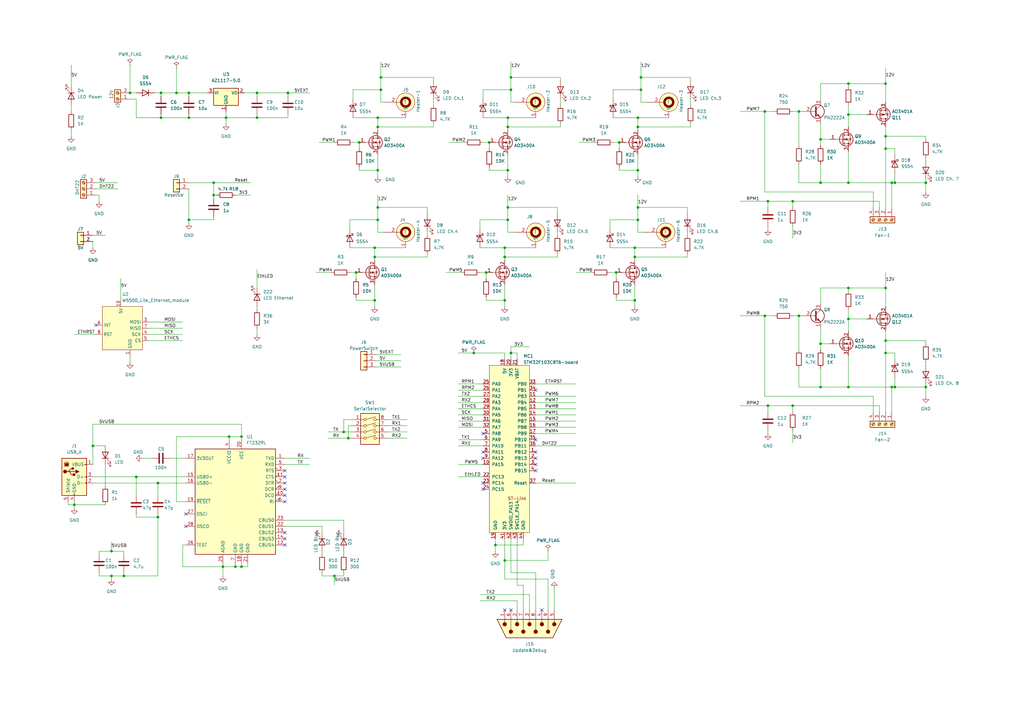
<source format=kicad_sch>
(kicad_sch (version 20230121) (generator eeschema)
  (paper "A3")
  (title_block (title "Dew Heater Controller v1.0") (date "2023-02-20") (company "Radmilo Felix 2023"))
  (junction (at 347.98 158.75))
  (junction (at 363.22 144.78))
  (junction (at 55.88 195.58))
  (junction (at 154.94 52.07))
  (junction (at 146.05 111.76))
  (junction (at 64.77 212.09))
  (junction (at 252.73 111.76))
  (junction (at 153.67 123.19))
  (junction (at 336.55 158.75))
  (junction (at 45.72 236.22))
  (junction (at 77.47 48.26))
  (junction (at 207.01 101.6))
  (junction (at 367.03 74.93))
  (junction (at 327.66 129.54))
  (junction (at 313.69 129.54))
  (junction (at 99.06 232.41))
  (junction (at 254 58.42))
  (junction (at 153.67 105.41))
  (junction (at 365.76 158.75))
  (junction (at 209.55 36.83))
  (junction (at 260.35 105.41))
  (junction (at 347.98 34.29))
  (junction (at 379.73 74.93))
  (junction (at 379.73 158.75))
  (junction (at 207.01 105.41))
  (junction (at 336.55 57.15))
  (junction (at 347.98 118.11))
  (junction (at 154.94 48.26))
  (junction (at 154.94 90.17))
  (junction (at 327.66 45.72))
  (junction (at 262.89 31.75))
  (junction (at 105.41 38.1))
  (junction (at 45.72 226.06))
  (junction (at 96.52 232.41))
  (junction (at 363.22 118.11))
  (junction (at 262.89 36.83))
  (junction (at 260.35 101.6))
  (junction (at 142.875 179.705))
  (junction (at 208.28 90.17))
  (junction (at 208.28 85.09))
  (junction (at 156.21 36.83))
  (junction (at 92.71 48.26))
  (junction (at 199.39 111.76))
  (junction (at 118.11 38.1))
  (junction (at 336.55 140.97))
  (junction (at 347.98 46.99))
  (junction (at 261.62 90.17))
  (junction (at 207.01 123.19))
  (junction (at 30.48 207.01))
  (junction (at 261.62 69.85))
  (junction (at 347.98 130.81))
  (junction (at 365.76 74.93))
  (junction (at 325.12 166.37))
  (junction (at 147.32 58.42))
  (junction (at 363.22 34.29))
  (junction (at 137.16 236.22))
  (junction (at 64.77 198.12))
  (junction (at 77.47 38.1))
  (junction (at 140.97 177.165))
  (junction (at 91.44 232.41))
  (junction (at 363.22 60.96))
  (junction (at 156.21 31.75))
  (junction (at 153.67 101.6))
  (junction (at 260.35 123.19))
  (junction (at 363.22 139.7))
  (junction (at 208.28 69.85))
  (junction (at 203.2 223.52))
  (junction (at 93.98 179.07))
  (junction (at 325.12 82.55))
  (junction (at 261.62 85.09))
  (junction (at 207.01 229.87))
  (junction (at 261.62 48.26))
  (junction (at 336.55 74.93))
  (junction (at 154.94 85.09))
  (junction (at 66.04 48.26))
  (junction (at 53.34 38.1))
  (junction (at 367.03 158.75))
  (junction (at 66.04 38.1))
  (junction (at 105.41 48.26))
  (junction (at 77.47 90.17))
  (junction (at 154.94 69.85))
  (junction (at 50.8 236.22))
  (junction (at 313.69 45.72))
  (junction (at 87.63 80.01))
  (junction (at 314.96 82.55))
  (junction (at 72.39 38.1))
  (junction (at 209.55 144.78))
  (junction (at 200.66 58.42))
  (junction (at 363.22 55.88))
  (junction (at 314.96 166.37))
  (junction (at 208.28 48.26))
  (junction (at 261.62 52.07))
  (junction (at 208.28 52.07))
  (junction (at 209.55 31.75))
  (junction (at 347.98 74.93))
  (junction (at 194.31 144.78))
  (junction (at 87.63 74.93))
  (junction (at 99.06 179.07))
  (junction (at 38.1 182.88))
  (no_connect (at 116.84 220.98))
  (no_connect (at 116.84 223.52))
  (no_connect (at 76.2 210.82))
  (no_connect (at 76.2 215.9))
  (no_connect (at 116.84 193.04))
  (no_connect (at 116.84 195.58))
  (no_connect (at 116.84 205.74))
  (no_connect (at 116.84 198.12))
  (no_connect (at 116.84 200.66))
  (no_connect (at 116.84 203.2))
  (no_connect (at 207.01 250.19))
  (no_connect (at 219.71 187.96))
  (no_connect (at 198.12 177.8))
  (no_connect (at 209.55 250.19))
  (no_connect (at 219.71 185.42))
  (no_connect (at 219.71 180.34))
  (no_connect (at 219.71 190.5))
  (no_connect (at 39.37 133.35))
  (no_connect (at 222.25 250.19))
  (no_connect (at 198.12 187.96))
  (no_connect (at 198.12 185.42))
  (no_connect (at 198.12 200.66))
  (no_connect (at 198.12 198.12))
  (no_connect (at 116.84 218.44))
  (no_connect (at 219.71 160.02))
  (no_connect (at 219.71 193.04))
  (wire (pts (xy 187.96 172.72) (xy 198.12 172.72)))
  (wire (pts (xy 219.71 170.18) (xy 236.22 170.18)))
  (wire (pts (xy 105.41 48.26) (xy 92.71 48.26)))
  (wire (pts (xy 187.96 195.58) (xy 198.12 195.58)))
  (wire (pts (xy 40.64 226.06) (xy 45.72 226.06)))
  (wire (pts (xy 101.6 232.41) (xy 99.06 232.41)))
  (wire (pts (xy 325.12 166.37) (xy 325.12 168.91)))
  (wire (pts (xy 325.12 92.71) (xy 325.12 97.79)))
  (wire (pts (xy 39.37 77.47) (xy 48.26 77.47)))
  (wire (pts (xy 367.03 147.32) (xy 367.03 144.78)))
  (wire (pts (xy 265.43 41.91) (xy 262.89 41.91)))
  (wire (pts (xy 38.1 182.88) (xy 38.1 190.5)))
  (wire (pts (xy 187.96 162.56) (xy 198.12 162.56)))
  (wire (pts (xy 177.8 52.07) (xy 154.94 52.07)))
  (wire (pts (xy 153.67 101.6) (xy 153.67 105.41)))
  (wire (pts (xy 105.41 38.1) (xy 118.11 38.1)))
  (wire (pts (xy 229.87 50.8) (xy 229.87 52.07)))
  (wire (pts (xy 66.04 38.1) (xy 72.39 38.1)))
  (wire (pts (xy 261.62 85.09) (xy 261.62 90.17)))
  (wire (pts (xy 53.34 38.1) (xy 55.88 38.1)))
  (wire (pts (xy 250.19 93.98) (xy 250.19 90.17)))
  (wire (pts (xy 219.71 177.8) (xy 236.22 177.8)))
  (wire (pts (xy 187.96 167.64) (xy 198.12 167.64)))
  (wire (pts (xy 132.08 215.9) (xy 116.84 215.9)))
  (wire (pts (xy 283.21 40.64) (xy 283.21 43.18)))
  (wire (pts (xy 363.22 27.94) (xy 363.22 34.29)))
  (wire (pts (xy 363.22 135.89) (xy 363.22 139.7)))
  (wire (pts (xy 208.28 63.5) (xy 208.28 69.85)))
  (wire (pts (xy 198.12 48.26) (xy 208.28 48.26)))
  (wire (pts (xy 208.28 48.26) (xy 219.71 48.26)))
  (wire (pts (xy 347.98 43.18) (xy 347.98 46.99)))
  (wire (pts (xy 229.87 31.75) (xy 209.55 31.75)))
  (wire (pts (xy 363.22 52.07) (xy 363.22 55.88)))
  (wire (pts (xy 105.41 125.73) (xy 105.41 127)))
  (wire (pts (xy 379.73 64.77) (xy 379.73 66.04)))
  (wire (pts (xy 229.87 40.64) (xy 229.87 43.18)))
  (wire (pts (xy 72.39 205.74) (xy 72.39 179.07)))
  (wire (pts (xy 175.26 87.63) (xy 175.26 85.09)))
  (wire (pts (xy 49.53 114.3) (xy 49.53 123.19)))
  (wire (pts (xy 159.385 172.085) (xy 167.005 172.085)))
  (wire (pts (xy 260.35 123.19) (xy 260.35 125.73)))
  (wire (pts (xy 347.98 118.11) (xy 363.22 118.11)))
  (wire (pts (xy 219.71 167.64) (xy 236.22 167.64)))
  (wire (pts (xy 336.55 158.75) (xy 347.98 158.75)))
  (wire (pts (xy 196.85 101.6) (xy 207.01 101.6)))
  (wire (pts (xy 196.85 93.98) (xy 196.85 90.17)))
  (wire (pts (xy 379.73 139.7) (xy 363.22 139.7)))
  (wire (pts (xy 336.55 50.8) (xy 336.55 57.15)))
  (wire (pts (xy 159.385 179.705) (xy 167.005 179.705)))
  (wire (pts (xy 219.71 172.72) (xy 236.22 172.72)))
  (wire (pts (xy 134.62 179.705) (xy 142.875 179.705)))
  (wire (pts (xy 175.26 104.14) (xy 175.26 105.41)))
  (wire (pts (xy 210.82 95.25) (xy 208.28 95.25)))
  (wire (pts (xy 212.09 250.19) (xy 212.09 246.38)))
  (wire (pts (xy 153.67 123.19) (xy 153.67 125.73)))
  (wire (pts (xy 325.12 82.55) (xy 325.12 85.09)))
  (wire (pts (xy 38.1 173.99) (xy 38.1 182.88)))
  (wire (pts (xy 314.96 82.55) (xy 325.12 82.55)))
  (wire (pts (xy 156.21 25.4) (xy 156.21 31.75)))
  (wire (pts (xy 228.6 87.63) (xy 228.6 85.09)))
  (wire (pts (xy 116.84 190.5) (xy 127 190.5)))
  (wire (pts (xy 336.55 140.97) (xy 340.36 140.97)))
  (wire (pts (xy 72.39 27.94) (xy 72.39 38.1)))
  (wire (pts (xy 116.84 187.96) (xy 127 187.96)))
  (wire (pts (xy 154.305 145.415) (xy 164.465 145.415)))
  (wire (pts (xy 87.63 88.9) (xy 87.63 90.17)))
  (wire (pts (xy 129.54 111.76) (xy 135.89 111.76)))
  (wire (pts (xy 154.94 85.09) (xy 154.94 90.17)))
  (wire (pts (xy 55.88 195.58) (xy 76.2 195.58)))
  (wire (pts (xy 250.19 101.6) (xy 260.35 101.6)))
  (wire (pts (xy 132.08 226.06) (xy 132.08 227.33)))
  (wire (pts (xy 379.73 158.75) (xy 367.03 158.75)))
  (wire (pts (xy 187.96 165.1) (xy 198.12 165.1)))
  (wire (pts (xy 45.72 222.25) (xy 45.72 226.06)))
  (wire (pts (xy 327.66 67.31) (xy 327.66 74.93)))
  (wire (pts (xy 159.385 177.165) (xy 167.005 177.165)))
  (wire (pts (xy 187.96 182.88) (xy 198.12 182.88)))
  (wire (pts (xy 224.79 226.06) (xy 224.79 229.87)))
  (wire (pts (xy 38.1 198.12) (xy 64.77 198.12)))
  (wire (pts (xy 281.94 104.14) (xy 281.94 105.41)))
  (wire (pts (xy 144.78 36.83) (xy 156.21 36.83)))
  (wire (pts (xy 325.12 176.53) (xy 325.12 181.61)))
  (wire (pts (xy 261.62 80.01) (xy 261.62 85.09)))
  (wire (pts (xy 208.28 48.26) (xy 208.28 52.07)))
  (wire (pts (xy 360.68 166.37) (xy 325.12 166.37)))
  (wire (pts (xy 367.03 144.78) (xy 363.22 144.78)))
  (wire (pts (xy 379.73 57.15) (xy 379.73 55.88)))
  (wire (pts (xy 200.66 58.42) (xy 200.66 60.96)))
  (wire (pts (xy 347.98 135.89) (xy 347.98 130.81)))
  (wire (pts (xy 154.94 80.01) (xy 154.94 85.09)))
  (wire (pts (xy 144.78 58.42) (xy 147.32 58.42)))
  (wire (pts (xy 132.08 234.95) (xy 132.08 236.22)))
  (wire (pts (xy 281.94 87.63) (xy 281.94 85.09)))
  (wire (pts (xy 360.68 85.09) (xy 360.68 82.55)))
  (wire (pts (xy 363.22 111.76) (xy 363.22 118.11)))
  (wire (pts (xy 60.96 137.16) (xy 74.93 137.16)))
  (wire (pts (xy 77.47 46.99) (xy 77.47 48.26)))
  (wire (pts (xy 260.35 101.6) (xy 273.05 101.6)))
  (wire (pts (xy 199.39 123.19) (xy 207.01 123.19)))
  (wire (pts (xy 336.55 67.31) (xy 336.55 74.93)))
  (wire (pts (xy 140.97 213.36) (xy 140.97 218.44)))
  (wire (pts (xy 227.33 241.3) (xy 227.33 250.19)))
  (wire (pts (xy 363.22 60.96) (xy 363.22 85.09)))
  (wire (pts (xy 45.72 236.22) (xy 50.8 236.22)))
  (wire (pts (xy 379.73 74.93) (xy 379.73 78.74)))
  (wire (pts (xy 336.55 34.29) (xy 347.98 34.29)))
  (wire (pts (xy 77.47 48.26) (xy 92.71 48.26)))
  (wire (pts (xy 208.28 80.01) (xy 208.28 85.09)))
  (wire (pts (xy 29.21 43.18) (xy 29.21 45.72)))
  (wire (pts (xy 76.2 205.74) (xy 72.39 205.74)))
  (wire (pts (xy 358.14 168.91) (xy 358.14 162.56)))
  (wire (pts (xy 260.35 101.6) (xy 260.35 105.41)))
  (wire (pts (xy 30.48 205.74) (xy 30.48 207.01)))
  (wire (pts (xy 30.48 207.01) (xy 43.18 207.01)))
  (wire (pts (xy 143.51 93.98) (xy 143.51 90.17)))
  (wire (pts (xy 219.71 175.26) (xy 236.22 175.26)))
  (wire (pts (xy 367.03 60.96) (xy 363.22 60.96)))
  (wire (pts (xy 154.94 69.85) (xy 154.94 72.39)))
  (wire (pts (xy 367.03 63.5) (xy 367.03 60.96)))
  (wire (pts (xy 379.73 148.59) (xy 379.73 149.86)))
  (wire (pts (xy 118.11 38.1) (xy 127 38.1)))
  (wire (pts (xy 209.55 220.98) (xy 209.55 234.95)))
  (wire (pts (xy 219.71 165.1) (xy 236.22 165.1)))
  (wire (pts (xy 142.875 179.705) (xy 144.145 179.705)))
  (wire (pts (xy 347.98 127) (xy 347.98 130.81)))
  (wire (pts (xy 116.84 213.36) (xy 140.97 213.36)))
  (wire (pts (xy 365.76 158.75) (xy 365.76 168.91)))
  (wire (pts (xy 60.96 139.7) (xy 74.93 139.7)))
  (wire (pts (xy 72.39 179.07) (xy 93.98 179.07)))
  (wire (pts (xy 347.98 74.93) (xy 365.76 74.93)))
  (wire (pts (xy 347.98 158.75) (xy 365.76 158.75)))
  (wire (pts (xy 175.26 95.25) (xy 175.26 96.52)))
  (wire (pts (xy 66.04 46.99) (xy 66.04 48.26)))
  (wire (pts (xy 132.08 236.22) (xy 137.16 236.22)))
  (wire (pts (xy 203.2 223.52) (xy 203.2 226.06)))
  (wire (pts (xy 262.89 25.4) (xy 262.89 31.75)))
  (wire (pts (xy 154.305 147.955) (xy 164.465 147.955)))
  (wire (pts (xy 137.16 236.22) (xy 140.97 236.22)))
  (wire (pts (xy 102.87 80.01) (xy 96.52 80.01)))
  (wire (pts (xy 207.01 220.98) (xy 207.01 229.87)))
  (wire (pts (xy 43.18 96.52) (xy 38.1 96.52)))
  (wire (pts (xy 229.87 33.02) (xy 229.87 31.75)))
  (wire (pts (xy 347.98 130.81) (xy 355.6 130.81)))
  (wire (pts (xy 281.94 95.25) (xy 281.94 96.52)))
  (wire (pts (xy 153.67 101.6) (xy 166.37 101.6)))
  (wire (pts (xy 87.63 80.01) (xy 87.63 74.93)))
  (wire (pts (xy 187.96 157.48) (xy 198.12 157.48)))
  (wire (pts (xy 177.8 31.75) (xy 156.21 31.75)))
  (wire (pts (xy 210.82 41.91) (xy 209.55 41.91)))
  (wire (pts (xy 196.85 246.38) (xy 212.09 246.38)))
  (wire (pts (xy 251.46 58.42) (xy 254 58.42)))
  (wire (pts (xy 379.73 74.93) (xy 367.03 74.93)))
  (wire (pts (xy 146.05 111.76) (xy 146.05 114.3)))
  (wire (pts (xy 177.8 40.64) (xy 177.8 43.18)))
  (wire (pts (xy 327.66 74.93) (xy 336.55 74.93)))
  (wire (pts (xy 39.37 80.01) (xy 40.64 80.01)))
  (wire (pts (xy 283.21 31.75) (xy 262.89 31.75)))
  (wire (pts (xy 367.03 74.93) (xy 365.76 74.93)))
  (wire (pts (xy 207.01 105.41) (xy 207.01 106.68)))
  (wire (pts (xy 30.48 137.16) (xy 39.37 137.16)))
  (wire (pts (xy 327.66 158.75) (xy 336.55 158.75)))
  (wire (pts (xy 100.33 38.1) (xy 105.41 38.1)))
  (wire (pts (xy 347.98 46.99) (xy 355.6 46.99)))
  (wire (pts (xy 43.18 190.5) (xy 43.18 199.39)))
  (wire (pts (xy 154.94 63.5) (xy 154.94 69.85)))
  (wire (pts (xy 207.01 123.19) (xy 207.01 125.73)))
  (wire (pts (xy 92.71 45.72) (xy 92.71 48.26)))
  (wire (pts (xy 347.98 52.07) (xy 347.98 46.99)))
  (wire (pts (xy 175.26 85.09) (xy 154.94 85.09)))
  (wire (pts (xy 212.09 144.78) (xy 209.55 144.78)))
  (wire (pts (xy 132.08 218.44) (xy 132.08 215.9)))
  (wire (pts (xy 303.53 45.72) (xy 313.69 45.72)))
  (wire (pts (xy 236.22 111.76) (xy 242.57 111.76)))
  (wire (pts (xy 99.06 232.41) (xy 96.52 232.41)))
  (wire (pts (xy 336.55 140.97) (xy 336.55 143.51)))
  (wire (pts (xy 314.96 92.71) (xy 314.96 93.98)))
  (wire (pts (xy 229.87 52.07) (xy 208.28 52.07)))
  (wire (pts (xy 147.32 69.85) (xy 154.94 69.85)))
  (wire (pts (xy 55.88 210.82) (xy 55.88 212.09)))
  (wire (pts (xy 64.77 198.12) (xy 76.2 198.12)))
  (wire (pts (xy 314.96 176.53) (xy 314.96 177.8)))
  (wire (pts (xy 209.55 41.91) (xy 209.55 36.83)))
  (wire (pts (xy 252.73 121.92) (xy 252.73 123.19)))
  (wire (pts (xy 184.15 58.42) (xy 190.5 58.42)))
  (wire (pts (xy 198.12 36.83) (xy 209.55 36.83)))
  (wire (pts (xy 363.22 34.29) (xy 363.22 41.91)))
  (wire (pts (xy 45.72 226.06) (xy 50.8 226.06)))
  (wire (pts (xy 147.32 58.42) (xy 147.32 60.96)))
  (wire (pts (xy 146.05 123.19) (xy 153.67 123.19)))
  (wire (pts (xy 207.01 116.84) (xy 207.01 123.19)))
  (wire (pts (xy 219.71 198.12) (xy 236.22 198.12)))
  (wire (pts (xy 154.94 52.07) (xy 154.94 53.34)))
  (wire (pts (xy 379.73 140.97) (xy 379.73 139.7)))
  (wire (pts (xy 105.41 134.62) (xy 105.41 137.16)))
  (wire (pts (xy 118.11 38.1) (xy 118.11 39.37)))
  (wire (pts (xy 261.62 63.5) (xy 261.62 69.85)))
  (wire (pts (xy 96.52 232.41) (xy 91.44 232.41)))
  (wire (pts (xy 219.71 162.56) (xy 236.22 162.56)))
  (wire (pts (xy 77.47 38.1) (xy 77.47 39.37)))
  (wire (pts (xy 50.8 226.06) (xy 50.8 227.33)))
  (wire (pts (xy 62.23 187.96) (xy 58.42 187.96)))
  (wire (pts (xy 29.21 53.34) (xy 29.21 55.88)))
  (wire (pts (xy 219.71 182.88) (xy 236.22 182.88)))
  (wire (pts (xy 224.79 237.49) (xy 224.79 250.19)))
  (wire (pts (xy 53.34 26.67) (xy 53.34 38.1)))
  (wire (pts (xy 261.62 95.25) (xy 261.62 90.17)))
  (wire (pts (xy 187.96 160.02) (xy 198.12 160.02)))
  (wire (pts (xy 143.51 111.76) (xy 146.05 111.76)))
  (wire (pts (xy 358.14 162.56) (xy 313.69 162.56)))
  (wire (pts (xy 367.03 71.12) (xy 367.03 74.93)))
  (wire (pts (xy 336.55 57.15) (xy 336.55 59.69)))
  (wire (pts (xy 314.96 166.37) (xy 325.12 166.37)))
  (wire (pts (xy 87.63 74.93) (xy 77.47 74.93)))
  (wire (pts (xy 53.34 146.05) (xy 53.34 148.59)))
  (wire (pts (xy 228.6 104.14) (xy 228.6 105.41)))
  (wire (pts (xy 207.01 237.49) (xy 224.79 237.49)))
  (wire (pts (xy 283.21 50.8) (xy 283.21 52.07)))
  (wire (pts (xy 327.66 45.72) (xy 327.66 59.69)))
  (wire (pts (xy 327.66 151.13) (xy 327.66 158.75)))
  (wire (pts (xy 187.96 170.18) (xy 198.12 170.18)))
  (wire (pts (xy 224.79 229.87) (xy 207.01 229.87)))
  (wire (pts (xy 40.64 227.33) (xy 40.64 226.06)))
  (wire (pts (xy 50.8 236.22) (xy 50.8 234.95)))
  (wire (pts (xy 177.8 50.8) (xy 177.8 52.07)))
  (wire (pts (xy 87.63 80.01) (xy 87.63 81.28)))
  (wire (pts (xy 336.55 124.46) (xy 336.55 118.11)))
  (wire (pts (xy 102.87 74.93) (xy 87.63 74.93)))
  (wire (pts (xy 207.01 144.78) (xy 207.01 147.32)))
  (wire (pts (xy 55.88 195.58) (xy 55.88 203.2)))
  (wire (pts (xy 130.81 58.42) (xy 137.16 58.42)))
  (wire (pts (xy 208.28 95.25) (xy 208.28 90.17)))
  (wire (pts (xy 64.77 198.12) (xy 64.77 203.2)))
  (wire (pts (xy 105.41 46.99) (xy 105.41 48.26)))
  (wire (pts (xy 177.8 33.02) (xy 177.8 31.75)))
  (wire (pts (xy 303.53 82.55) (xy 314.96 82.55)))
  (wire (pts (xy 228.6 105.41) (xy 207.01 105.41)))
  (wire (pts (xy 237.49 58.42) (xy 243.84 58.42)))
  (wire (pts (xy 27.94 207.01) (xy 30.48 207.01)))
  (wire (pts (xy 101.6 231.14) (xy 101.6 232.41)))
  (wire (pts (xy 200.66 69.85) (xy 208.28 69.85)))
  (wire (pts (xy 154.94 95.25) (xy 154.94 90.17)))
  (wire (pts (xy 200.66 68.58) (xy 200.66 69.85)))
  (wire (pts (xy 39.37 74.93) (xy 48.26 74.93)))
  (wire (pts (xy 64.77 212.09) (xy 64.77 236.22)))
  (wire (pts (xy 118.11 48.26) (xy 105.41 48.26)))
  (wire (pts (xy 228.6 85.09) (xy 208.28 85.09)))
  (wire (pts (xy 142.875 174.625) (xy 142.875 179.705)))
  (wire (pts (xy 198.12 58.42) (xy 200.66 58.42)))
  (wire (pts (xy 260.35 105.41) (xy 260.35 106.68)))
  (wire (pts (xy 92.71 48.26) (xy 92.71 50.8)))
  (wire (pts (xy 325.12 45.72) (xy 327.66 45.72)))
  (wire (pts (xy 64.77 236.22) (xy 50.8 236.22)))
  (wire (pts (xy 38.1 182.88) (xy 43.18 182.88)))
  (wire (pts (xy 87.63 90.17) (xy 77.47 90.17)))
  (wire (pts (xy 327.66 45.72) (xy 328.93 45.72)))
  (wire (pts (xy 214.63 220.98) (xy 214.63 223.52)))
  (wire (pts (xy 217.17 250.19) (xy 217.17 243.84)))
  (wire (pts (xy 281.94 105.41) (xy 260.35 105.41)))
  (wire (pts (xy 281.94 85.09) (xy 261.62 85.09)))
  (wire (pts (xy 143.51 90.17) (xy 154.94 90.17)))
  (wire (pts (xy 199.39 111.76) (xy 199.39 114.3)))
  (wire (pts (xy 99.06 179.07) (xy 99.06 180.34)))
  (wire (pts (xy 254 68.58) (xy 254 69.85)))
  (wire (pts (xy 198.12 40.64) (xy 198.12 36.83)))
  (wire (pts (xy 303.53 129.54) (xy 313.69 129.54)))
  (wire (pts (xy 336.55 134.62) (xy 336.55 140.97)))
  (wire (pts (xy 144.78 40.64) (xy 144.78 36.83)))
  (wire (pts (xy 29.21 26.67) (xy 29.21 35.56)))
  (wire (pts (xy 40.64 80.01) (xy 40.64 82.55)))
  (wire (pts (xy 147.32 68.58) (xy 147.32 69.85)))
  (wire (pts (xy 40.64 236.22) (xy 45.72 236.22)))
  (wire (pts (xy 187.96 180.34) (xy 198.12 180.34)))
  (wire (pts (xy 207.01 101.6) (xy 219.71 101.6)))
  (wire (pts (xy 303.53 166.37) (xy 314.96 166.37)))
  (wire (pts (xy 363.22 118.11) (xy 363.22 125.73)))
  (wire (pts (xy 313.69 129.54) (xy 317.5 129.54)))
  (wire (pts (xy 336.55 40.64) (xy 336.55 34.29)))
  (wire (pts (xy 336.55 57.15) (xy 340.36 57.15)))
  (wire (pts (xy 154.94 48.26) (xy 154.94 52.07)))
  (wire (pts (xy 69.85 187.96) (xy 76.2 187.96)))
  (wire (pts (xy 283.21 33.02) (xy 283.21 31.75)))
  (wire (pts (xy 99.06 231.14) (xy 99.06 232.41)))
  (wire (pts (xy 146.05 121.92) (xy 146.05 123.19)))
  (wire (pts (xy 327.66 129.54) (xy 327.66 143.51)))
  (wire (pts (xy 76.2 223.52) (xy 74.93 223.52)))
  (wire (pts (xy 144.145 174.625) (xy 142.875 174.625)))
  (wire (pts (xy 264.16 95.25) (xy 261.62 95.25)))
  (wire (pts (xy 336.55 74.93) (xy 347.98 74.93)))
  (wire (pts (xy 153.67 105.41) (xy 153.67 106.68)))
  (wire (pts (xy 38.1 195.58) (xy 55.88 195.58)))
  (wire (pts (xy 66.04 48.26) (xy 77.47 48.26)))
  (wire (pts (xy 262.89 41.91) (xy 262.89 36.83)))
  (wire (pts (xy 219.71 234.95) (xy 219.71 250.19)))
  (wire (pts (xy 118.11 46.99) (xy 118.11 48.26)))
  (wire (pts (xy 336.55 151.13) (xy 336.55 158.75)))
  (wire (pts (xy 327.66 129.54) (xy 328.93 129.54)))
  (wire (pts (xy 250.19 90.17) (xy 261.62 90.17)))
  (wire (pts (xy 105.41 110.49) (xy 105.41 118.11)))
  (wire (pts (xy 175.26 105.41) (xy 153.67 105.41)))
  (wire (pts (xy 209.55 25.4) (xy 209.55 31.75)))
  (wire (pts (xy 365.76 74.93) (xy 365.76 85.09)))
  (wire (pts (xy 214.63 240.03) (xy 214.63 250.19)))
  (wire (pts (xy 93.98 179.07) (xy 99.06 179.07)))
  (wire (pts (xy 254 69.85) (xy 261.62 69.85)))
  (wire (pts (xy 209.55 31.75) (xy 209.55 36.83)))
  (wire (pts (xy 261.62 48.26) (xy 261.62 52.07)))
  (wire (pts (xy 379.73 73.66) (xy 379.73 74.93)))
  (wire (pts (xy 77.47 38.1) (xy 85.09 38.1)))
  (wire (pts (xy 38.1 173.99) (xy 99.06 173.99)))
  (wire (pts (xy 252.73 111.76) (xy 252.73 114.3)))
  (wire (pts (xy 88.9 80.01) (xy 87.63 80.01)))
  (wire (pts (xy 91.44 232.41) (xy 91.44 236.22)))
  (wire (pts (xy 140.97 236.22) (xy 140.97 234.95)))
  (wire (pts (xy 208.28 69.85) (xy 208.28 72.39)))
  (wire (pts (xy 93.98 179.07) (xy 93.98 180.34)))
  (wire (pts (xy 252.73 123.19) (xy 260.35 123.19)))
  (wire (pts (xy 251.46 40.64) (xy 251.46 36.83)))
  (wire (pts (xy 45.72 236.22) (xy 45.72 237.49)))
  (wire (pts (xy 228.6 95.25) (xy 228.6 96.52)))
  (wire (pts (xy 60.96 132.08) (xy 74.93 132.08)))
  (wire (pts (xy 261.62 48.26) (xy 274.32 48.26)))
  (wire (pts (xy 212.09 147.32) (xy 212.09 144.78)))
  (wire (pts (xy 325.12 129.54) (xy 327.66 129.54)))
  (wire (pts (xy 261.62 52.07) (xy 261.62 53.34)))
  (wire (pts (xy 207.01 101.6) (xy 207.01 105.41)))
  (wire (pts (xy 367.03 154.94) (xy 367.03 158.75)))
  (wire (pts (xy 212.09 220.98) (xy 212.09 240.03)))
  (wire (pts (xy 203.2 220.98) (xy 203.2 223.52)))
  (wire (pts (xy 219.71 157.48) (xy 236.22 157.48)))
  (wire (pts (xy 363.22 55.88) (xy 363.22 60.96)))
  (wire (pts (xy 360.68 168.91) (xy 360.68 166.37)))
  (wire (pts (xy 156.21 31.75) (xy 156.21 36.83)))
  (wire (pts (xy 154.305 150.495) (xy 164.465 150.495)))
  (wire (pts (xy 77.47 90.17) (xy 77.47 91.44)))
  (wire (pts (xy 358.14 78.74) (xy 313.69 78.74)))
  (wire (pts (xy 196.85 90.17) (xy 208.28 90.17)))
  (wire (pts (xy 143.51 101.6) (xy 153.67 101.6)))
  (wire (pts (xy 182.88 111.76) (xy 189.23 111.76)))
  (wire (pts (xy 358.14 85.09) (xy 358.14 78.74)))
  (wire (pts (xy 208.28 85.09) (xy 208.28 90.17)))
  (wire (pts (xy 260.35 116.84) (xy 260.35 123.19)))
  (wire (pts (xy 379.73 158.75) (xy 379.73 162.56)))
  (wire (pts (xy 159.385 174.625) (xy 167.005 174.625)))
  (wire (pts (xy 262.89 31.75) (xy 262.89 36.83)))
  (wire (pts (xy 105.41 38.1) (xy 105.41 39.37)))
  (wire (pts (xy 254 58.42) (xy 254 60.96)))
  (wire (pts (xy 137.16 236.22) (xy 137.16 240.03)))
  (wire (pts (xy 156.21 41.91) (xy 157.48 41.91)))
  (wire (pts (xy 72.39 38.1) (xy 77.47 38.1)))
  (wire (pts (xy 199.39 121.92) (xy 199.39 123.19)))
  (wire (pts (xy 74.93 223.52) (xy 74.93 232.41)))
  (wire (pts (xy 157.48 95.25) (xy 154.94 95.25)))
  (wire (pts (xy 347.98 146.05) (xy 347.98 158.75)))
  (wire (pts (xy 156.21 41.91) (xy 156.21 36.83)))
  (wire (pts (xy 55.88 40.64) (xy 55.88 48.26)))
  (wire (pts (xy 55.88 212.09) (xy 64.77 212.09)))
  (wire (pts (xy 313.69 78.74) (xy 313.69 45.72)))
  (wire (pts (xy 196.85 243.84) (xy 217.17 243.84)))
  (wire (pts (xy 144.78 48.26) (xy 154.94 48.26)))
  (wire (pts (xy 251.46 48.26) (xy 261.62 48.26)))
  (wire (pts (xy 55.88 48.26) (xy 66.04 48.26)))
  (wire (pts (xy 214.63 223.52) (xy 203.2 223.52)))
  (wire (pts (xy 261.62 69.85) (xy 261.62 72.39)))
  (wire (pts (xy 363.22 144.78) (xy 363.22 168.91)))
  (wire (pts (xy 187.96 144.78) (xy 194.31 144.78)))
  (wire (pts (xy 196.85 111.76) (xy 199.39 111.76)))
  (wire (pts (xy 314.96 166.37) (xy 314.96 168.91)))
  (wire (pts (xy 74.93 232.41) (xy 91.44 232.41)))
  (wire (pts (xy 153.67 116.84) (xy 153.67 123.19)))
  (wire (pts (xy 209.55 234.95) (xy 219.71 234.95)))
  (wire (pts (xy 134.62 177.165) (xy 140.97 177.165)))
  (wire (pts (xy 187.96 175.26) (xy 198.12 175.26)))
  (wire (pts (xy 336.55 118.11) (xy 347.98 118.11)))
  (wire (pts (xy 313.69 162.56) (xy 313.69 129.54)))
  (wire (pts (xy 283.21 52.07) (xy 261.62 52.07)))
  (wire (pts (xy 347.98 35.56) (xy 347.98 34.29)))
  (wire (pts (xy 77.47 77.47) (xy 77.47 90.17)))
  (wire (pts (xy 207.01 229.87) (xy 207.01 237.49)))
  (wire (pts (xy 209.55 142.24) (xy 217.17 142.24)))
  (wire (pts (xy 140.97 177.165) (xy 144.145 177.165)))
  (wire (pts (xy 66.04 38.1) (xy 66.04 39.37)))
  (wire (pts (xy 251.46 36.83) (xy 262.89 36.83)))
  (wire (pts (xy 91.44 232.41) (xy 91.44 231.14)))
  (wire (pts (xy 379.73 157.48) (xy 379.73 158.75)))
  (wire (pts (xy 140.97 172.085) (xy 140.97 177.165)))
  (wire (pts (xy 360.68 82.55) (xy 325.12 82.55)))
  (wire (pts (xy 209.55 147.32) (xy 209.55 144.78)))
  (wire (pts (xy 250.19 111.76) (xy 252.73 111.76)))
  (wire (pts (xy 38.1 99.06) (xy 38.1 101.6)))
  (wire (pts (xy 367.03 158.75) (xy 365.76 158.75)))
  (wire (pts (xy 379.73 55.88) (xy 363.22 55.88)))
  (wire (pts (xy 99.06 173.99) (xy 99.06 179.07)))
  (wire (pts (xy 314.96 82.55) (xy 314.96 85.09)))
  (wire (pts (xy 30.48 207.01) (xy 30.48 208.28)))
  (wire (pts (xy 347.98 62.23) (xy 347.98 74.93)))
  (wire (pts (xy 63.5 38.1) (xy 66.04 38.1)))
  (wire (pts (xy 96.52 231.14) (xy 96.52 232.41)))
  (wire (pts (xy 194.31 144.78) (xy 207.01 144.78)))
  (wire (pts (xy 53.34 40.64) (xy 55.88 40.64)))
  (wire (pts (xy 40.64 234.95) (xy 40.64 236.22)))
  (wire (pts (xy 140.97 226.06) (xy 140.97 227.33)))
  (wire (pts (xy 209.55 144.78) (xy 209.55 142.24)))
  (wire (pts (xy 347.98 34.29) (xy 363.22 34.29)))
  (wire (pts (xy 27.94 205.74) (xy 27.94 207.01)))
  (wire (pts (xy 347.98 119.38) (xy 347.98 118.11)))
  (wire (pts (xy 187.96 190.5) (xy 198.12 190.5)))
  (wire (pts (xy 212.09 240.03) (xy 214.63 240.03)))
  (wire (pts (xy 313.69 45.72) (xy 317.5 45.72)))
  (wire (pts (xy 64.77 210.82) (xy 64.77 212.09)))
  (wire (pts (xy 154.94 48.26) (xy 166.37 48.26)))
  (wire (pts (xy 363.22 139.7) (xy 363.22 144.78)))
  (wire (pts (xy 144.145 172.085) (xy 140.97 172.085)))
  (wire (pts (xy 208.28 52.07) (xy 208.28 53.34)))
  (wire (pts (xy 60.96 134.62) (xy 74.93 134.62)))
  (label "RPM1" (at 189.23 157.48 0))
  (label "12V" (at 262.89 27.94 0))
  (label "5VEXT" (at 155.575 145.415 0))
  (label "SCK" (at 189.23 170.18 0))
  (label "MOSI" (at 189.23 175.26 0))
  (label "ETHRST" (at 223.52 157.48 0))
  (label "5V" (at 40.64 74.93 0))
  (label "PWM3" (at 238.76 58.42 0))
  (label "12V" (at 209.55 27.94 0))
  (label "12V" (at 363.22 115.57 0))
  (label "PWM2" (at 223.52 172.72 0))
  (label "DHT22" (at 40.64 77.47 0))
  (label "TX1" (at 189.23 180.34 0))
  (label "12V" (at 154.94 82.55 0))
  (label "12V" (at 363.22 31.75 0))
  (label "5V" (at 155.575 147.955 0))
  (label "PWM4" (at 223.52 177.8 0))
  (label "5VUSB" (at 45.72 224.79 0))
  (label "PWM4" (at 130.81 111.76 0))
  (label "TX" (at 136.525 177.165 0))
  (label "12V" (at 261.62 83.82 0))
  (label "PWM3" (at 223.52 175.26 0))
  (label "SCK" (at 67.31 137.16 0))
  (label "3V3" (at 101.6 80.01 180))
  (label "RX2" (at 189.23 165.1 0))
  (label "5V" (at 49.53 118.11 0))
  (label "RX" (at 136.525 179.705 0))
  (label "RX1" (at 189.23 182.88 0))
  (label "DHT22" (at 222.25 182.88 0))
  (label "EthLED" (at 105.41 114.3 0))
  (label "PWM2" (at 185.42 58.42 0))
  (label "3V3" (at 325.12 96.52 0))
  (label "PWM7" (at 306.07 45.72 0))
  (label "ETHCS" (at 67.31 139.7 0))
  (label "5V" (at 189.23 144.78 0))
  (label "PWM7" (at 223.52 165.1 0))
  (label "TX2" (at 199.39 243.84 0))
  (label "5V" (at 29.21 31.75 0))
  (label "PWM5" (at 184.15 111.76 0))
  (label "PWM8" (at 306.07 129.54 0))
  (label "RX2" (at 160.655 179.705 0))
  (label "5VUSB" (at 155.575 150.495 0))
  (label "Reset" (at 222.25 198.12 0))
  (label "MOSI" (at 67.31 132.08 0))
  (label "3V3" (at 325.12 180.34 0))
  (label "PWM5" (at 190.5 190.5 0))
  (label "RPM1" (at 306.07 82.55 0))
  (label "5VUSB" (at 137.16 238.76 0))
  (label "ETHRST" (at 31.75 137.16 0))
  (label "EthLED" (at 190.5 195.58 0))
  (label "RX" (at 121.92 187.96 0))
  (label "TX2" (at 189.23 162.56 0))
  (label "PWM8" (at 223.52 167.64 0))
  (label "3V3" (at 210.82 142.24 0))
  (label "TX" (at 121.92 190.5 0))
  (label "Reset" (at 101.6 74.93 180))
  (label "PWM6" (at 223.52 162.56 0))
  (label "12V" (at 156.21 27.94 0))
  (label "ETHCS" (at 189.23 167.64 0))
  (label "5V" (at 41.91 96.52 180))
  (label "5VUSB" (at 40.64 173.99 0))
  (label "TX1" (at 160.655 172.085 0))
  (label "MISO" (at 189.23 172.72 0))
  (label "RX1" (at 160.655 174.625 0))
  (label "12V" (at 208.28 82.55 0))
  (label "PWM6" (at 237.49 111.76 0))
  (label "MISO" (at 67.31 134.62 0))
  (label "TX2" (at 160.655 177.165 0))
  (label "RX2" (at 199.39 246.38 0))
  (label "5VEXT" (at 120.65 38.1 0))
  (label "PWM1" (at 223.52 170.18 0))
  (label "RPM2" (at 189.23 160.02 0))
  (label "PWM1" (at 132.08 58.42 0))
  (label "RPM2" (at 306.07 166.37 0))
  (symbol (lib_id "Connector:Screw_Terminal_01x02") (at 48.26 40.64 180) (unit 1)
    (property "Reference" "J3" (at 48.26 44.45 90) (effects (justify right)))
    (property "Value" "12V" (at 45.72 40.64 90) (effects (justify right)))
    (property "Footprint" "MyCustom:TerminalBlock_PTR_AKZ950-2_P5.08mm_Vertical" (effects hide))
  )
  (symbol (lib_id "Device:R") (at 140.97 231.14 0) (unit 1)
    (property "Reference" "R12" (at 143.51 229.8699 0) (effects (justify left)))
    (property "Value" "300" (at 143.51 232.4099 0) (effects (justify left)))
    (property "Footprint" "Resistor_SMD:R_1206_3216Metric" (effects hide))
    (property "LCSC" "C17887" (effects hide))
  )
  (symbol (lib_id "Device:LED") (at 105.41 121.92 270) (unit 1)
    (property "Reference" "D22" (at 107.95 119.6975 90) (effects (justify left)))
    (property "Value" "LED Ethernet" (at 107.95 122.2375 90) (effects (justify left)))
    (property "Footprint" "LED_THT:LED_D5.0mm" (effects hide))
  )
  (symbol (lib_id "Device:R") (at 325.12 172.72 180) (unit 1)
    (property "Reference" "R27" (at 328.93 171.4499 0) (effects (justify right)))
    (property "Value" "1K" (at 328.93 173.9899 0) (effects (justify right)))
    (property "Footprint" "Resistor_SMD:R_1206_3216Metric" (effects hide))
    (property "LCSC" "C4410 " (effects hide))
  )
  (symbol (lib_id "Device:R") (at 254 64.77 0) (unit 1)
    (property "Reference" "R21" (at 256.54 63.4999 0) (effects (justify left)))
    (property "Value" "10K" (at 256.54 66.0399 0) (effects (justify left)))
    (property "Footprint" "Resistor_SMD:R_1206_3216Metric" (effects hide))
    (property "LCSC" "C17902 " (effects hide))
  )
  (symbol (lib_id "Connector:USB_B") (at 30.48 195.58 0) (unit 1)
    (property "Reference" "J1" (at 30.48 182.88 0))
    (property "Value" "USB_A" (at 30.48 185.42 0))
    (property "Footprint" "Connector_USB:USB_B_Lumberg_2411_02_Horizontal" (effects hide))
    (property "Datasheet" " ~" (effects hide))
  )
  (symbol (lib_id "MyCustom:STM32F103C8T6-board") (at 209.55 180.34 0) (unit 1)
    (property "Reference" "MC1" (at 214.63 146.05 0) (effects (justify left)))
    (property "Value" "STM32F103C8T6-board" (at 214.63 148.59 0) (effects (justify left)))
    (property "Footprint" "MyCustom:STM32F103C8T6" (effects hide))
  )
  (symbol (lib_name "GND_3") (lib_id "power:GND") (at 261.62 72.39 0) (unit 1)
    (property "Reference" "#PWR015" (effects hide))
    (property "Value" "GND" (at 265.43 74.93 0))
  )
  (symbol (lib_name "GND_2") (lib_id "power:GND") (at 53.34 148.59 0) (mirror y) (unit 1)
    (property "Reference" "#PWR07" (effects hide))
    (property "Value" "GND" (at 53.34 153.67 0))
  )
  (symbol (lib_name "GND_20") (lib_id "power:GND") (at 379.73 78.74 0) (unit 1)
    (property "Reference" "#PWR020" (effects hide))
    (property "Value" "GND" (at 379.73 83.82 0))
  )
  (symbol (lib_name "GND_18") (lib_id "power:GND") (at 379.73 162.56 0) (unit 1)
    (property "Reference" "#PWR021" (effects hide))
    (property "Value" "GND" (at 379.73 167.64 0))
  )
  (symbol (lib_id "Device:R") (at 92.71 80.01 270) (mirror x) (unit 1)
    (property "Reference" "R18" (at 95.885 77.47 90))
    (property "Value" "4.7k" (at 91.44 77.47 90))
    (property "Footprint" "Resistor_SMD:R_1206_3216Metric" (effects hide))
    (property "LCSC" "C17936" (effects hide))
  )
  (symbol (lib_id "MyCustom:W5500_Lite_Ethernet_module") (at 49.53 134.62 0) (mirror y) (unit 1)
    (property "Reference" "U2" (at 50.0506 120.65 0) (effects (justify right)))
    (property "Value" "W5500_Lite_Ethernet_module" (at 50.0506 123.19 0) (effects (justify right)))
    (property "Footprint" "MyCustom:W5500_Lite" (effects hide))
  )
  (symbol (lib_name "GND_4") (lib_id "power:GND") (at 40.64 82.55 0) (mirror y) (unit 1)
    (property "Reference" "#PWR04" (effects hide))
    (property "Value" "GND" (at 40.64 87.63 0))
  )
  (symbol (lib_id "power:PWR_FLAG") (at 194.31 144.78 0) (mirror y) (unit 1)
    (property "Reference" "#FLG01" (effects hide))
    (property "Value" "PWR_FLAG" (at 194.31 140.3858 0))
  )
  (symbol (lib_id "Device:LED") (at 229.87 36.83 90) (unit 1)
    (property "Reference" "D13" (at 233.68 37.7825 90) (effects (justify right)))
    (property "Value" "LED Ch.2" (at 233.68 40.3225 90) (effects (justify right)))
    (property "Footprint" "LED_THT:LED_D5.0mm" (effects hide))
  )
  (symbol (lib_id "Diode:1N5818") (at 367.03 151.13 270) (unit 1)
    (property "Reference" "D19" (at 369.57 149.5424 90) (effects (justify left)))
    (property "Value" "SS54" (at 369.57 152.4 90) (effects (justify left)))
    (property "Footprint" "Diode_SMD:D_SMA" (effects hide))
    (property "Datasheet" "http://www.vishay.com/docs/88525/1n5817.pdf" (effects hide))
    (property "LCSC" "C22452 " (effects hide))
  )
  (symbol (lib_id "Transistor_FET:IRLZ34N") (at 345.44 140.97 0) (unit 1)
    (property "Reference" "Q10" (at 350.52 139.7 0) (effects (justify left)))
    (property "Value" "AO3400A" (at 350.52 142.24 0) (effects (justify left)))
    (property "Footprint" "MyCustom:SOT-23-3-DS-inv" (effects hide))
    (property "Datasheet" "http://www.infineon.com/dgdl/irlz34npbf.pdf?fileId=5546d462533600a40153567206892720" (effects hide))
    (property "LCSC" "C20917" (effects hide))
  )
  (symbol (lib_name "GND_1") (lib_id "power:GND") (at 203.2 226.06 0) (unit 1)
    (property "Reference" "#PWR013" (effects hide))
    (property "Value" "GND" (at 203.2 231.14 0))
  )
  (symbol (lib_id "Regulator_Linear:AZ1117-5.0") (at 92.71 38.1 0) (unit 1)
    (property "Reference" "U3" (at 92.71 30.48 0))
    (property "Value" "AZ1117-5.0" (at 92.71 33.02 0))
    (property "Footprint" "Package_TO_SOT_SMD:SOT-223" (effects hide))
    (property "Datasheet" "https://www.diodes.com/assets/Datasheets/AZ1117.pdf" (effects hide))
    (property "LCSC" "C6187 " (effects hide))
  )
  (symbol (lib_id "Device:LED") (at 379.73 69.85 90) (unit 1)
    (property "Reference" "D20" (at 383.54 70.8025 90) (effects (justify right)))
    (property "Value" "LED Ch. 7" (at 383.54 73.3425 90) (effects (justify right)))
    (property "Footprint" "LED_THT:LED_D5.0mm" (effects hide))
  )
  (symbol (lib_id "Diode:1N5818") (at 367.03 67.31 270) (unit 1)
    (property "Reference" "D18" (at 369.57 65.7224 90) (effects (justify left)))
    (property "Value" "SS54" (at 369.57 68.2624 90) (effects (justify left)))
    (property "Footprint" "Diode_SMD:D_SMA" (effects hide))
    (property "Datasheet" "http://www.vishay.com/docs/88525/1n5817.pdf" (effects hide))
    (property "LCSC" "C22452 " (effects hide))
  )
  (symbol (lib_id "Device:LED") (at 175.26 91.44 90) (unit 1)
    (property "Reference" "D8" (at 179.07 92.3925 90) (effects (justify right)))
    (property "Value" "LED Ch.4" (at 179.07 94.9325 90) (effects (justify right)))
    (property "Footprint" "LED_THT:LED_D5.0mm" (effects hide))
  )
  (symbol (lib_id "Transistor_FET:IRLZ34N") (at 205.74 58.42 0) (unit 1)
    (property "Reference" "Q4" (at 210.82 57.15 0) (effects (justify left)))
    (property "Value" "AO3400A" (at 210.82 59.69 0) (effects (justify left)))
    (property "Footprint" "MyCustom:SOT-23-3-DS-inv" (effects hide))
    (property "Datasheet" "http://www.infineon.com/dgdl/irlz34npbf.pdf?fileId=5546d462533600a40153567206892720" (effects hide))
    (property "LCSC" "C20917" (effects hide))
  )
  (symbol (lib_name "RCA_F_4Pin_Simple_5") (lib_id "MyCustom:RCA_F_4Pin_Simple") (at 274.32 41.91 0) (unit 1)
    (property "Reference" "J12" (at 273.05 35.56 0) (effects (justify right)))
    (property "Value" "Heater-3" (at 279.4 36.83 90) (effects (justify right)))
    (property "Footprint" "MyCustom:RCA_F_4Pin_15mm_11mm" (effects hide))
  )
  (symbol (lib_id "Diode:1N4007") (at 59.69 38.1 180) (unit 1)
    (property "Reference" "D5" (at 59.69 31.75 0))
    (property "Value" "SS54" (at 59.69 34.29 0))
    (property "Footprint" "Diode_SMD:D_SMA" (effects hide))
    (property "Datasheet" "http://www.vishay.com/docs/88503/1n4001.pdf" (effects hide))
    (property "LCSC" "C22452 " (effects hide))
  )
  (symbol (lib_name "RCA_F_4Pin_Simple_3") (lib_id "MyCustom:RCA_F_4Pin_Simple") (at 219.71 41.91 0) (unit 1)
    (property "Reference" "J10" (at 219.71 35.56 0) (effects (justify right)))
    (property "Value" "Heater-2" (at 224.79 36.83 90) (effects (justify right)))
    (property "Footprint" "MyCustom:RCA_F_4Pin_15mm_11mm" (effects hide))
  )
  (symbol (lib_id "Diode:1N5818") (at 196.85 97.79 270) (unit 1)
    (property "Reference" "D10" (at 199.39 96.2024 90) (effects (justify left)))
    (property "Value" "SS54" (at 199.39 99.06 90) (effects (justify left)))
    (property "Footprint" "Diode_SMD:D_SMA" (effects hide))
    (property "Datasheet" "http://www.vishay.com/docs/88525/1n5817.pdf" (effects hide))
    (property "LCSC" "C22452 " (effects hide))
  )
  (symbol (lib_id "Device:R") (at 325.12 88.9 180) (unit 1)
    (property "Reference" "R26" (at 328.93 87.6299 0) (effects (justify right)))
    (property "Value" "1K" (at 328.93 90.1699 0) (effects (justify right)))
    (property "Footprint" "Resistor_SMD:R_1206_3216Metric" (effects hide))
    (property "LCSC" "C4410 " (effects hide))
  )
  (symbol (lib_id "power:PWR_FLAG") (at 53.34 26.67 0) (mirror y) (unit 1)
    (property "Reference" "#FLG02" (effects hide))
    (property "Value" "PWR_FLAG" (at 53.34 22.2758 0))
  )
  (symbol (lib_name "GND_19") (lib_id "power:GND") (at 227.33 241.3 180) (unit 1)
    (property "Reference" "#PWR022" (effects hide))
    (property "Value" "GND" (at 226.695 237.49 90) (effects (justify right)))
  )
  (symbol (lib_id "Device:C") (at 64.77 207.01 0) (unit 1)
    (property "Reference" "C4" (at 67.31 205.74 0) (effects (justify left)))
    (property "Value" "47p" (at 67.31 208.28 0) (effects (justify left)))
    (property "Footprint" "Capacitor_SMD:C_0805_2012Metric" (effects hide))
    (property "LCSC" "C14857" (effects hide))
  )
  (symbol (lib_id "Switch:SW_DIP_x04") (at 151.765 177.165 0) (unit 1)
    (property "Reference" "SW1" (at 151.765 165.1 0))
    (property "Value" "SerialSelector" (at 151.765 167.64 0))
    (property "Footprint" "Package_DIP:DIP-8_W7.62mm" (effects hide))
  )
  (symbol (lib_id "Device:R") (at 193.04 111.76 90) (unit 1)
    (property "Reference" "R9" (at 193.04 105.41 90))
    (property "Value" "1K" (at 193.04 107.95 90))
    (property "Footprint" "Resistor_SMD:R_1206_3216Metric" (effects hide))
    (property "LCSC" "C4410 " (effects hide))
  )
  (symbol (lib_id "power:PWR_FLAG") (at 72.39 27.94 0) (mirror y) (unit 1)
    (property "Reference" "#FLG03" (effects hide))
    (property "Value" "PWR_FLAG" (at 72.39 23.5458 0))
  )
  (symbol (lib_id "Device:R") (at 347.98 123.19 0) (unit 1)
    (property "Reference" "R33" (at 350.52 121.9199 0) (effects (justify left)))
    (property "Value" "1K" (at 350.52 124.4599 0) (effects (justify left)))
    (property "Footprint" "Resistor_SMD:R_1206_3216Metric" (effects hide))
    (property "LCSC" "C4410 " (effects hide))
  )
  (symbol (lib_id "Device:C") (at 87.63 85.09 0) (unit 1)
    (property "Reference" "C8" (at 91.44 83.8199 0) (effects (justify left)))
    (property "Value" "1u" (at 91.44 86.3599 0) (effects (justify left)))
    (property "Footprint" "Capacitor_SMD:C_0805_2012Metric" (effects hide))
    (property "LCSC" "C28323 " (effects hide))
  )
  (symbol (lib_id "Device:R") (at 379.73 144.78 0) (unit 1)
    (property "Reference" "R35" (at 382.27 143.5099 0) (effects (justify left)))
    (property "Value" "4.7K" (at 382.27 146.0499 0) (effects (justify left)))
    (property "Footprint" "Resistor_SMD:R_1206_3216Metric" (effects hide))
    (property "LCSC" "C17936" (effects hide))
  )
  (symbol (lib_id "Transistor_FET:IRF4905") (at 360.68 46.99 0) (mirror x) (unit 1)
    (property "Reference" "Q11" (at 365.76 48.26 0) (effects (justify left)))
    (property "Value" "AO3401A" (at 365.76 45.72 0) (effects (justify left)))
    (property "Footprint" "MyCustom:SOT-23-DS-inv" (effects hide))
    (property "Datasheet" "http://www.infineon.com/dgdl/irf4905.pdf?fileId=5546d462533600a4015355e32165197c" (effects hide))
    (property "LCSC" "C15127 " (effects hide))
  )
  (symbol (lib_id "Device:R") (at 147.32 64.77 0) (unit 1)
    (property "Reference" "R6" (at 149.86 63.4999 0) (effects (justify left)))
    (property "Value" "10K" (at 149.86 66.0399 0) (effects (justify left)))
    (property "Footprint" "Resistor_SMD:R_1206_3216Metric" (effects hide))
    (property "LCSC" "C17902 " (effects hide))
  )
  (symbol (lib_id "Device:R") (at 327.66 63.5 180) (unit 1)
    (property "Reference" "R28" (at 330.2 62.2299 0) (effects (justify right)))
    (property "Value" "4.7K" (at 330.2 64.7699 0) (effects (justify right)))
    (property "Footprint" "Resistor_SMD:R_1206_3216Metric" (effects hide))
    (property "LCSC" "C17936" (effects hide))
  )
  (symbol (lib_name "GND_5") (lib_id "power:GND") (at 77.47 91.44 0) (mirror y) (unit 1)
    (property "Reference" "#PWR019" (effects hide))
    (property "Value" "GND" (at 77.47 96.52 0))
  )
  (symbol (lib_id "Device:R") (at 246.38 111.76 90) (unit 1)
    (property "Reference" "R17" (at 246.38 105.41 90))
    (property "Value" "1K" (at 246.38 107.95 90))
    (property "Footprint" "Resistor_SMD:R_1206_3216Metric" (effects hide))
    (property "LCSC" "C4410 " (effects hide))
  )
  (symbol (lib_id "Device:R") (at 146.05 118.11 0) (unit 1)
    (property "Reference" "R5" (at 148.59 116.8399 0) (effects (justify left)))
    (property "Value" "10K" (at 148.59 119.3799 0) (effects (justify left)))
    (property "Footprint" "Resistor_SMD:R_1206_3216Metric" (effects hide))
    (property "LCSC" "C17902 " (effects hide))
  )
  (symbol (lib_name "GND_21") (lib_id "power:GND") (at 314.96 93.98 0) (unit 1)
    (property "Reference" "#PWR016" (effects hide))
    (property "Value" "GND" (at 314.96 99.06 0))
  )
  (symbol (lib_id "Connector_Generic:Conn_01x02") (at 33.02 96.52 0) (mirror y) (unit 1)
    (property "Reference" "J7" (at 31.75 93.98 0) (effects (justify right)))
    (property "Value" "5V" (at 31.75 101.6 0) (effects (justify right)))
    (property "Footprint" "Connector_PinHeader_2.54mm:PinHeader_1x02_P2.54mm_Vertical" (effects hide))
  )
  (symbol (lib_id "Device:LED") (at 283.21 36.83 90) (unit 1)
    (property "Reference" "D17" (at 287.02 37.7825 90) (effects (justify right)))
    (property "Value" "LED Ch.3" (at 287.02 40.3225 90) (effects (justify right)))
    (property "Footprint" "LED_THT:LED_D5.0mm" (effects hide))
  )
  (symbol (lib_id "Device:R") (at 105.41 130.81 0) (unit 1)
    (property "Reference" "R36" (at 107.95 129.5399 0) (effects (justify left)))
    (property "Value" "3K" (at 107.95 132.0799 0) (effects (justify left)))
    (property "Footprint" "Resistor_SMD:R_1206_3216Metric" (effects hide))
    (property "LCSC" "C17944 " (effects hide))
  )
  (symbol (lib_id "Device:C") (at 66.04 43.18 0) (unit 1)
    (property "Reference" "C6" (at 69.85 41.9099 0) (effects (justify left)))
    (property "Value" "100n" (at 69.85 44.4499 0) (effects (justify left)))
    (property "Footprint" "Capacitor_SMD:C_0805_2012Metric" (effects hide))
    (property "LCSC" "C49678" (effects hide))
  )
  (symbol (lib_id "Device:R") (at 29.21 49.53 0) (unit 1)
    (property "Reference" "R2" (at 31.75 48.2599 0) (effects (justify left)))
    (property "Value" "1K" (at 31.75 50.7999 0) (effects (justify left)))
    (property "Footprint" "Resistor_SMD:R_1206_3216Metric" (effects hide))
    (property "LCSC" "C4410 " (effects hide))
  )
  (symbol (lib_id "Device:R") (at 327.66 147.32 180) (unit 1)
    (property "Reference" "R29" (at 330.2 146.0499 0) (effects (justify right)))
    (property "Value" "4.7K" (at 330.2 148.5899 0) (effects (justify right)))
    (property "Footprint" "Resistor_SMD:R_1206_3216Metric" (effects hide))
    (property "LCSC" "C17936" (effects hide))
  )
  (symbol (lib_name "GND_6") (lib_id "power:GND") (at 29.21 55.88 0) (mirror y) (unit 1)
    (property "Reference" "#PWR03" (effects hide))
    (property "Value" "GND" (at 29.21 60.96 0))
  )
  (symbol (lib_id "Device:C") (at 314.96 172.72 0) (unit 1)
    (property "Reference" "C12" (at 318.77 171.4499 0) (effects (justify left)))
    (property "Value" "1u" (at 318.77 173.9899 0) (effects (justify left)))
    (property "Footprint" "Capacitor_SMD:C_0805_2012Metric" (effects hide))
    (property "LCSC" "C28323 " (effects hide))
  )
  (symbol (lib_id "Device:R") (at 43.18 203.2 0) (unit 1)
    (property "Reference" "R1" (at 45.72 201.9299 0) (effects (justify left)))
    (property "Value" "1k" (at 45.72 204.4699 0) (effects (justify left)))
    (property "Footprint" "Resistor_SMD:R_1206_3216Metric" (effects hide))
    (property "LCSC" "C4410 " (effects hide))
  )
  (symbol (lib_id "Device:R") (at 321.31 129.54 90) (unit 1)
    (property "Reference" "R25" (at 321.31 123.19 90))
    (property "Value" "750" (at 321.31 125.73 90))
    (property "Footprint" "Resistor_SMD:R_1206_3216Metric" (effects hide))
    (property "LCSC" "C17985" (effects hide))
  )
  (symbol (lib_id "Device:C") (at 314.96 88.9 0) (unit 1)
    (property "Reference" "C11" (at 318.77 87.6299 0) (effects (justify left)))
    (property "Value" "1u" (at 318.77 90.1699 0) (effects (justify left)))
    (property "Footprint" "Capacitor_SMD:C_0805_2012Metric" (effects hide))
    (property "LCSC" "C28323 " (effects hide))
  )
  (symbol (lib_id "Diode:1N5818") (at 143.51 97.79 270) (unit 1)
    (property "Reference" "D6" (at 146.05 96.2024 90) (effects (justify left)))
    (property "Value" "SS54" (at 146.05 99.06 90) (effects (justify left)))
    (property "Footprint" "Diode_SMD:D_SMA" (effects hide))
    (property "Datasheet" "http://www.vishay.com/docs/88525/1n5817.pdf" (effects hide))
    (property "LCSC" "C22452 " (effects hide))
  )
  (symbol (lib_id "Connector_Generic:Conn_01x02") (at 72.39 74.93 0) (mirror y) (unit 1)
    (property "Reference" "J9" (at 71.12 72.39 0) (effects (justify right)))
    (property "Value" "ResetSW" (at 67.31 80.01 0) (effects (justify right)))
    (property "Footprint" "Connector_PinHeader_2.54mm:PinHeader_1x02_P2.54mm_Vertical" (effects hide))
  )
  (symbol (lib_id "Device:R") (at 199.39 118.11 0) (unit 1)
    (property "Reference" "R13" (at 201.93 116.8399 0) (effects (justify left)))
    (property "Value" "10K" (at 201.93 119.3799 0) (effects (justify left)))
    (property "Footprint" "Resistor_SMD:R_1206_3216Metric" (effects hide))
    (property "LCSC" "C17902 " (effects hide))
  )
  (symbol (lib_id "Transistor_FET:IRLZ34N") (at 152.4 58.42 0) (unit 1)
    (property "Reference" "Q2" (at 157.48 57.15 0) (effects (justify left)))
    (property "Value" "AO3400A" (at 157.48 59.69 0) (effects (justify left)))
    (property "Footprint" "MyCustom:SOT-23-3-DS-inv" (effects hide))
    (property "Datasheet" "http://www.infineon.com/dgdl/irlz34npbf.pdf?fileId=5546d462533600a40153567206892720" (effects hide))
    (property "LCSC" "C20917" (effects hide))
  )
  (symbol (lib_id "Device:R") (at 281.94 100.33 0) (unit 1)
    (property "Reference" "R22" (at 284.48 99.0599 0) (effects (justify left)))
    (property "Value" "4.7K" (at 284.48 101.5999 0) (effects (justify left)))
    (property "Footprint" "Resistor_SMD:R_1206_3216Metric" (effects hide))
    (property "LCSC" "C17936" (effects hide))
  )
  (symbol (lib_id "Transistor_FET:IRLZ34N") (at 259.08 58.42 0) (unit 1)
    (property "Reference" "Q6" (at 264.16 57.15 0) (effects (justify left)))
    (property "Value" "AO3400A" (at 264.16 59.69 0) (effects (justify left)))
    (property "Footprint" "MyCustom:SOT-23-3-DS-inv" (effects hide))
    (property "Datasheet" "http://www.infineon.com/dgdl/irlz34npbf.pdf?fileId=5546d462533600a40153567206892720" (effects hide))
    (property "LCSC" "C20917" (effects hide))
  )
  (symbol (lib_name "GND_14") (lib_id "power:GND") (at 45.72 237.49 0) (unit 1)
    (property "Reference" "#PWR02" (effects hide))
    (property "Value" "GND" (at 45.72 242.57 0))
  )
  (symbol (lib_id "Device:R") (at 321.31 45.72 90) (unit 1)
    (property "Reference" "R24" (at 321.31 39.37 90))
    (property "Value" "750" (at 321.31 41.91 90))
    (property "Footprint" "Resistor_SMD:R_1206_3216Metric" (effects hide))
    (property "LCSC" "C17985" (effects hide))
  )
  (symbol (lib_id "Connector:Screw_Terminal_01x04") (at 363.22 90.17 270) (unit 1)
    (property "Reference" "J13" (at 361.95 93.98 90))
    (property "Value" "Fan-1" (at 361.95 96.52 90))
    (property "Footprint" "MyCustom:TerminalBlock_PTR_AKZ950-4_P5.08mm_Vertical" (effects hide))
  )
  (symbol (lib_id "Device:R") (at 140.97 58.42 90) (unit 1)
    (property "Reference" "R4" (at 140.97 52.07 90))
    (property "Value" "1K" (at 140.97 54.61 90))
    (property "Footprint" "Resistor_SMD:R_1206_3216Metric" (effects hide))
    (property "LCSC" "C4410 " (effects hide))
  )
  (symbol (lib_id "power:PWR_FLAG") (at 224.79 226.06 0) (mirror y) (unit 1)
    (property "Reference" "#FLG04" (effects hide))
    (property "Value" "PWR_FLAG" (at 224.79 221.6658 0))
  )
  (symbol (lib_id "Transistor_FET:IRF4905") (at 360.68 130.81 0) (mirror x) (unit 1)
    (property "Reference" "Q12" (at 365.76 132.08 0) (effects (justify left)))
    (property "Value" "AO3401A" (at 365.76 129.54 0) (effects (justify left)))
    (property "Footprint" "MyCustom:SOT-23-DS-inv" (effects hide))
    (property "Datasheet" "http://www.infineon.com/dgdl/irf4905.pdf?fileId=5546d462533600a4015355e32165197c" (effects hide))
    (property "LCSC" "C15127 " (effects hide))
  )
  (symbol (lib_id "Device:LED") (at 228.6 91.44 90) (unit 1)
    (property "Reference" "D12" (at 232.41 92.3925 90) (effects (justify right)))
    (property "Value" "LED Ch.5" (at 232.41 94.9325 90) (effects (justify right)))
    (property "Footprint" "LED_THT:LED_D5.0mm" (effects hide))
  )
  (symbol (lib_id "Device:R") (at 139.7 111.76 90) (unit 1)
    (property "Reference" "R3" (at 139.7 105.41 90))
    (property "Value" "1K" (at 139.7 107.95 90))
    (property "Footprint" "Resistor_SMD:R_1206_3216Metric" (effects hide))
    (property "LCSC" "C4410 " (effects hide))
  )
  (symbol (lib_id "Transistor_FET:IRLZ34N") (at 204.47 111.76 0) (unit 1)
    (property "Reference" "Q3" (at 209.55 110.49 0) (effects (justify left)))
    (property "Value" "AO3400A" (at 209.55 113.03 0) (effects (justify left)))
    (property "Footprint" "MyCustom:SOT-23-3-DS-inv" (effects hide))
    (property "Datasheet" "http://www.infineon.com/dgdl/irlz34npbf.pdf?fileId=5546d462533600a40153567206892720" (effects hide))
    (property "LCSC" "C20917" (effects hide))
  )
  (symbol (lib_name "GND_12") (lib_id "power:GND") (at 105.41 137.16 0) (unit 1)
    (property "Reference" "#PWR023" (effects hide))
    (property "Value" "GND" (at 105.41 142.24 0))
  )
  (symbol (lib_id "Device:C") (at 66.04 187.96 270) (unit 1)
    (property "Reference" "C5" (at 64.77 184.15 90) (effects (justify left)))
    (property "Value" "100n" (at 63.5 191.77 90) (effects (justify left)))
    (property "Footprint" "Capacitor_SMD:C_0805_2012Metric" (effects hide))
    (property "LCSC" "C49678" (effects hide))
  )
  (symbol (lib_id "Diode:1N5818") (at 144.78 44.45 270) (unit 1)
    (property "Reference" "D7" (at 147.32 42.8624 90) (effects (justify left)))
    (property "Value" "SS54" (at 147.32 45.72 90) (effects (justify left)))
    (property "Footprint" "Diode_SMD:D_SMA" (effects hide))
    (property "Datasheet" "http://www.vishay.com/docs/88525/1n5817.pdf" (effects hide))
    (property "LCSC" "C22452 " (effects hide))
  )
  (symbol (lib_id "Device:R") (at 336.55 63.5 0) (unit 1)
    (property "Reference" "R30" (at 339.09 62.2299 0) (effects (justify left)))
    (property "Value" "1K" (at 339.09 64.7699 0) (effects (justify left)))
    (property "Footprint" "Resistor_SMD:R_1206_3216Metric" (effects hide))
    (property "LCSC" "C4410 " (effects hide))
  )
  (symbol (lib_id "Device:R") (at 252.73 118.11 0) (unit 1)
    (property "Reference" "R20" (at 255.27 116.8399 0) (effects (justify left)))
    (property "Value" "10K" (at 255.27 119.3799 0) (effects (justify left)))
    (property "Footprint" "Resistor_SMD:R_1206_3216Metric" (effects hide))
    (property "LCSC" "C17902 " (effects hide))
  )
  (symbol (lib_name "GND_7") (lib_id "power:GND") (at 153.67 125.73 0) (unit 1)
    (property "Reference" "#PWR09" (effects hide))
    (property "Value" "GND" (at 153.67 130.81 0))
  )
  (symbol (lib_id "Device:R") (at 228.6 100.33 0) (unit 1)
    (property "Reference" "R15" (at 231.14 99.0599 0) (effects (justify left)))
    (property "Value" "4.7K" (at 231.14 101.5999 0) (effects (justify left)))
    (property "Footprint" "Resistor_SMD:R_1206_3216Metric" (effects hide))
    (property "LCSC" "C17936" (effects hide))
  )
  (symbol (lib_id "Transistor_FET:IRLZ34N") (at 257.81 111.76 0) (unit 1)
    (property "Reference" "Q5" (at 262.89 110.49 0) (effects (justify left)))
    (property "Value" "AO3400A" (at 262.89 113.03 0) (effects (justify left)))
    (property "Footprint" "MyCustom:SOT-23-3-DS-inv" (effects hide))
    (property "Datasheet" "http://www.infineon.com/dgdl/irlz34npbf.pdf?fileId=5546d462533600a40153567206892720" (effects hide))
    (property "LCSC" "C20917" (effects hide))
  )
  (symbol (lib_id "Diode:1N5818") (at 251.46 44.45 270) (unit 1)
    (property "Reference" "D15" (at 254 42.8624 90) (effects (justify left)))
    (property "Value" "SS54" (at 254 45.72 90) (effects (justify left)))
    (property "Footprint" "Diode_SMD:D_SMA" (effects hide))
    (property "Datasheet" "http://www.vishay.com/docs/88525/1n5817.pdf" (effects hide))
    (property "LCSC" "C22452 " (effects hide))
  )
  (symbol (lib_id "Device:LED") (at 29.21 39.37 270) (unit 1)
    (property "Reference" "D4" (at 31.75 37.1475 90) (effects (justify left)))
    (property "Value" "LED Power" (at 31.75 39.6875 90) (effects (justify left)))
    (property "Footprint" "LED_THT:LED_D5.0mm" (effects hide))
  )
  (symbol (lib_name "RCA_F_4Pin_Simple_1") (lib_id "MyCustom:RCA_F_4Pin_Simple") (at 166.37 41.91 0) (unit 1)
    (property "Reference" "J5" (at 167.64 36.83 0) (effects (justify right)))
    (property "Value" "Heater-1" (at 171.45 36.83 90) (effects (justify right)))
    (property "Footprint" "MyCustom:RCA_F_4Pin_15mm_11mm" (effects hide))
  )
  (symbol (lib_id "Device:C") (at 77.47 43.18 0) (unit 1)
    (property "Reference" "C7" (at 81.28 41.9099 0) (effects (justify left)))
    (property "Value" "10u" (at 81.28 44.4499 0) (effects (justify left)))
    (property "Footprint" "Capacitor_Tantalum_SMD:CP_EIA-3528-21_Kemet-B" (effects hide))
    (property "LCSC" "C140404" (effects hide))
  )
  (symbol (lib_id "Transistor_BJT:PN2222A") (at 334.01 45.72 0) (unit 1)
    (property "Reference" "Q7" (at 337.82 43.18 0) (effects (justify left)))
    (property "Value" "PN2222A" (at 337.82 48.26 0) (effects (justify left)))
    (property "Footprint" "Package_TO_SOT_THT:TO-92_Inline" (effects hide))
    (property "Datasheet" "https://www.onsemi.com/pub/Collateral/PN2222-D.PDF" (effects hide))
  )
  (symbol (lib_id "Device:R") (at 336.55 147.32 0) (unit 1)
    (property "Reference" "R31" (at 339.09 146.0499 0) (effects (justify left)))
    (property "Value" "1K" (at 339.09 148.5899 0) (effects (justify left)))
    (property "Footprint" "Resistor_SMD:R_1206_3216Metric" (effects hide))
    (property "LCSC" "C4410 " (effects hide))
  )
  (symbol (lib_name "RCA_F_4Pin_Simple_2") (lib_id "MyCustom:RCA_F_4Pin_Simple") (at 166.37 95.25 0) (unit 1)
    (property "Reference" "J4" (at 166.37 90.17 0) (effects (justify right)))
    (property "Value" "Heater-4" (at 171.45 90.17 90) (effects (justify right)))
    (property "Footprint" "MyCustom:RCA_F_4Pin_15mm_11mm" (effects hide))
  )
  (symbol (lib_id "Transistor_FET:IRLZ34N") (at 345.44 57.15 0) (unit 1)
    (property "Reference" "Q9" (at 350.52 55.88 0) (effects (justify left)))
    (property "Value" "AO3400A" (at 350.52 58.42 0) (effects (justify left)))
    (property "Footprint" "MyCustom:SOT-23-3-DS-inv" (effects hide))
    (property "Datasheet" "http://www.infineon.com/dgdl/irlz34npbf.pdf?fileId=5546d462533600a40153567206892720" (effects hide))
    (property "LCSC" "C20917" (effects hide))
  )
  (symbol (lib_id "Device:LED") (at 140.97 222.25 270) (unit 1)
    (property "Reference" "D3" (at 143.51 222.25 0))
    (property "Value" "LED Red" (at 138.43 222.25 0))
    (property "Footprint" "LED_SMD:LED_0603_1608Metric" (effects hide))
    (property "LCSC" "C72043 " (effects hide))
  )
  (symbol (lib_id "Diode:1N5818") (at 250.19 97.79 270) (unit 1)
    (property "Reference" "D14" (at 252.73 96.2024 90) (effects (justify left)))
    (property "Value" "SS54" (at 252.73 99.06 90) (effects (justify left)))
    (property "Footprint" "Diode_SMD:D_SMA" (effects hide))
    (property "Datasheet" "http://www.vishay.com/docs/88525/1n5817.pdf" (effects hide))
    (property "LCSC" "C22452 " (effects hide))
  )
  (symbol (lib_name "RCA_F_4Pin_Simple_4") (lib_id "MyCustom:RCA_F_4Pin_Simple") (at 219.71 95.25 0) (unit 1)
    (property "Reference" "J8" (at 218.44 88.9 0) (effects (justify right)))
    (property "Value" "Heater-5" (at 224.79 90.17 90) (effects (justify right)))
    (property "Footprint" "MyCustom:RCA_F_4Pin_15mm_11mm" (effects hide))
  )
  (symbol (lib_id "Device:C") (at 118.11 43.18 0) (unit 1)
    (property "Reference" "C10" (at 120.65 41.91 0) (effects (justify left)))
    (property "Value" "10u" (at 120.65 44.45 0) (effects (justify left)))
    (property "Footprint" "Capacitor_Tantalum_SMD:CP_EIA-3528-21_Kemet-B" (effects hide))
    (property "LCSC" "C140404" (effects hide))
  )
  (symbol (lib_id "Device:R") (at 177.8 46.99 180) (unit 1)
    (property "Reference" "R8" (at 180.34 46.355 0) (effects (justify right)))
    (property "Value" "4.7K" (at 180.34 48.895 0) (effects (justify right)))
    (property "Footprint" "Resistor_SMD:R_1206_3216Metric" (effects hide))
    (property "LCSC" "C17936" (effects hide))
  )
  (symbol (lib_id "Diode:1N5818") (at 198.12 44.45 270) (unit 1)
    (property "Reference" "D11" (at 200.66 42.8624 90) (effects (justify left)))
    (property "Value" "SS54" (at 200.66 45.72 90) (effects (justify left)))
    (property "Footprint" "Diode_SMD:D_SMA" (effects hide))
    (property "Datasheet" "http://www.vishay.com/docs/88525/1n5817.pdf" (effects hide))
    (property "LCSC" "C22452 " (effects hide))
  )
  (symbol (lib_id "Device:R") (at 175.26 100.33 0) (unit 1)
    (property "Reference" "R7" (at 177.8 99.0599 0) (effects (justify left)))
    (property "Value" "4.7K" (at 177.8 101.5999 0) (effects (justify left)))
    (property "Footprint" "Resistor_SMD:R_1206_3216Metric" (effects hide))
    (property "LCSC" "C17936" (effects hide))
  )
  (symbol (lib_id "Device:LED") (at 281.94 91.44 90) (unit 1)
    (property "Reference" "D16" (at 285.75 92.3925 90) (effects (justify right)))
    (property "Value" "LED Ch.6" (at 285.75 94.9325 90) (effects (justify right)))
    (property "Footprint" "LED_THT:LED_D5.0mm" (effects hide))
  )
  (symbol (lib_id "Transistor_BJT:PN2222A") (at 334.01 129.54 0) (unit 1)
    (property "Reference" "Q8" (at 337.82 127 0) (effects (justify left)))
    (property "Value" "PN2222A" (at 337.82 132.08 0) (effects (justify left)))
    (property "Footprint" "Package_TO_SOT_THT:TO-92_Inline" (effects hide))
    (property "Datasheet" "https://www.onsemi.com/pub/Collateral/PN2222-D.PDF" (effects hide))
  )
  (symbol (lib_id "Connector:Screw_Terminal_01x03") (at 34.29 77.47 180) (unit 1)
    (property "Reference" "J2" (at 33.02 72.39 0) (effects (justify right)))
    (property "Value" "DHT22" (at 31.75 80.01 90) (effects (justify right)))
    (property "Footprint" "MyCustom:TerminalBlock_PTR_AKZ950-3_P5.08mm_Vertical" (effects hide))
  )
  (symbol (lib_id "Device:C") (at 55.88 207.01 0) (unit 1)
    (property "Reference" "C3" (at 58.42 205.74 0) (effects (justify left)))
    (property "Value" "47p" (at 58.42 208.28 0) (effects (justify left)))
    (property "Footprint" "Capacitor_SMD:C_0805_2012Metric" (effects hide))
    (property "LCSC" "C14857" (effects hide))
  )
  (symbol (lib_id "power:GND") (at 58.42 187.96 270) (unit 1)
    (property "Reference" "#PWR05" (effects hide))
    (property "Value" "GND" (at 54.61 185.42 90) (effects (justify left)))
  )
  (symbol (lib_id "MyCustom:RCA_F_4Pin_Simple") (at 273.05 95.25 0) (unit 1)
    (property "Reference" "J11" (at 273.05 90.17 0) (effects (justify right)))
    (property "Value" "Heater-6" (at 278.13 90.17 90) (effects (justify right)))
    (property "Footprint" "MyCustom:RCA_F_4Pin_15mm_11mm" (effects hide))
  )
  (symbol (lib_id "Device:C") (at 105.41 43.18 0) (unit 1)
    (property "Reference" "C9" (at 109.22 41.9099 0) (effects (justify left)))
    (property "Value" "100n" (at 109.22 44.4499 0) (effects (justify left)))
    (property "Footprint" "Capacitor_SMD:C_0805_2012Metric" (effects hide))
    (property "LCSC" "C49678" (effects hide))
  )
  (symbol (lib_id "Device:R") (at 132.08 231.14 0) (unit 1)
    (property "Reference" "R10" (at 134.62 229.8699 0) (effects (justify left)))
    (property "Value" "300" (at 134.62 232.4099 0) (effects (justify left)))
    (property "Footprint" "Resistor_SMD:R_1206_3216Metric" (effects hide))
    (property "LCSC" "C17887" (effects hide))
  )
  (symbol (lib_id "Device:C") (at 50.8 231.14 0) (unit 1)
    (property "Reference" "C2" (at 54.61 229.8699 0) (effects (justify left)))
    (property "Value" "4.7u" (at 54.61 232.4099 0) (effects (justify left)))
    (property "Footprint" "Capacitor_Tantalum_SMD:CP_EIA-3528-21_Kemet-B" (effects hide))
    (property "LCSC" "C1779" (effects hide))
  )
  (symbol (lib_id "Device:LED") (at 379.73 153.67 90) (unit 1)
    (property "Reference" "D21" (at 383.54 154.6225 90) (effects (justify right)))
    (property "Value" "LED Ch. 8" (at 383.54 157.1625 90) (effects (justify right)))
    (property "Footprint" "LED_THT:LED_D5.0mm" (effects hide))
  )
  (symbol (lib_name "GND_8") (lib_id "power:GND") (at 154.94 72.39 0) (unit 1)
    (property "Reference" "#PWR010" (effects hide))
    (property "Value" "GND" (at 160.02 73.66 0))
  )
  (symbol (lib_id "Device:R") (at 379.73 60.96 0) (unit 1)
    (property "Reference" "R34" (at 382.27 59.6899 0) (effects (justify left)))
    (property "Value" "4.7K" (at 382.27 62.2299 0) (effects (justify left)))
    (property "Footprint" "Resistor_SMD:R_1206_3216Metric" (effects hide))
    (property "LCSC" "C17936" (effects hide))
  )
  (symbol (lib_id "Device:R") (at 283.21 46.99 0) (unit 1)
    (property "Reference" "R23" (at 285.75 45.7199 0) (effects (justify left)))
    (property "Value" "4.7K" (at 285.75 48.2599 0) (effects (justify left)))
    (property "Footprint" "Resistor_SMD:R_1206_3216Metric" (effects hide))
    (property "LCSC" "C17936" (effects hide))
  )
  (symbol (lib_name "GND_13") (lib_id "power:GND") (at 30.48 208.28 0) (unit 1)
    (property "Reference" "#PWR01" (effects hide))
    (property "Value" "GND" (at 30.48 213.36 0))
  )
  (symbol (lib_id "Connector_Generic:Conn_01x03") (at 149.225 147.955 0) (mirror y) (unit 1)
    (property "Reference" "J6" (at 149.225 140.335 0))
    (property "Value" "PowerSwitch" (at 149.225 142.875 0))
    (property "Footprint" "Connector_PinHeader_2.54mm:PinHeader_1x03_P2.54mm_Vertical" (effects hide))
  )
  (symbol (lib_id "Device:R") (at 194.31 58.42 90) (unit 1)
    (property "Reference" "R11" (at 194.31 52.07 90))
    (property "Value" "1K" (at 194.31 54.61 90))
    (property "Footprint" "Resistor_SMD:R_1206_3216Metric" (effects hide))
    (property "LCSC" "C4410 " (effects hide))
  )
  (symbol (lib_id "Connector:DE9_Plug") (at 217.17 257.81 270) (unit 1)
    (property "Reference" "J15" (at 217.17 264.16 90))
    (property "Value" "Update&Debug" (at 217.17 266.7 90))
    (property "Footprint" "Connector_Dsub:DSUB-9_Male_Horizontal_P2.77x2.84mm_EdgePinOffset4.94mm_Housed_MountingHolesOffset7.48mm" (effects hide))
    (property "Datasheet" " ~" (effects hide))
  )
  (symbol (lib_id "Device:LED") (at 177.8 36.83 90) (unit 1)
    (property "Reference" "D9" (at 181.61 37.7825 90) (effects (justify right)))
    (property "Value" "LED Ch.1" (at 181.61 40.3225 90) (effects (justify right)))
    (property "Footprint" "LED_THT:LED_D5.0mm" (effects hide))
  )
  (symbol (lib_id "Device:LED") (at 43.18 186.69 90) (unit 1)
    (property "Reference" "D1" (at 46.99 187.0074 90) (effects (justify right)))
    (property "Value" "LED" (at 46.99 189.5474 90) (effects (justify right)))
    (property "Footprint" "LED_SMD:LED_0805_2012Metric" (effects hide))
    (property "LCSC" "C84256 " (effects hide))
  )
  (symbol (lib_id "Device:R") (at 247.65 58.42 90) (unit 1)
    (property "Reference" "R19" (at 247.65 52.07 90))
    (property "Value" "1K" (at 247.65 54.61 90))
    (property "Footprint" "Resistor_SMD:R_1206_3216Metric" (effects hide))
    (property "LCSC" "C4410 " (effects hide))
  )
  (symbol (lib_id "Interface_USB:FT232RL") (at 96.52 205.74 0) (unit 1)
    (property "Reference" "U1" (at 101.0794 179.07 0) (effects (justify left)))
    (property "Value" "FT232RL" (at 101.0794 181.61 0) (effects (justify left)))
    (property "Footprint" "Package_SO:SSOP-28_5.3x10.2mm_P0.65mm" (effects hide))
    (property "Datasheet" "https://www.ftdichip.com/Support/Documents/DataSheets/ICs/DS_FT232R.pdf" (effects hide))
    (property "LCSC" "C8690" (effects hide))
  )
  (symbol (lib_id "Device:R") (at 200.66 64.77 0) (unit 1)
    (property "Reference" "R14" (at 203.2 63.4999 0) (effects (justify left)))
    (property "Value" "10K" (at 203.2 66.0399 0) (effects (justify left)))
    (property "Footprint" "Resistor_SMD:R_1206_3216Metric" (effects hide))
    (property "LCSC" "C17902 " (effects hide))
  )
  (symbol (lib_name "GND_22") (lib_id "power:GND") (at 314.96 177.8 0) (unit 1)
    (property "Reference" "#PWR018" (effects hide))
    (property "Value" "GND" (at 314.96 182.88 0))
  )
  (symbol (lib_name "GND_10") (lib_id "power:GND") (at 207.01 125.73 0) (unit 1)
    (property "Reference" "#PWR011" (effects hide))
    (property "Value" "GND" (at 207.01 130.81 0))
  )
  (symbol (lib_id "Device:R") (at 347.98 39.37 0) (unit 1)
    (property "Reference" "R32" (at 350.52 38.0999 0) (effects (justify left)))
    (property "Value" "1K" (at 350.52 40.6399 0) (effects (justify left)))
    (property "Footprint" "Resistor_SMD:R_1206_3216Metric" (effects hide))
    (property "LCSC" "C4410 " (effects hide))
  )
  (symbol (lib_name "GND_9") (lib_id "power:GND") (at 38.1 101.6 0) (mirror y) (unit 1)
    (property "Reference" "#PWR017" (effects hide))
    (property "Value" "GND" (at 38.1 106.68 0))
  )
  (symbol (lib_name "GND_11") (lib_id "power:GND") (at 260.35 125.73 0) (unit 1)
    (property "Reference" "#PWR014" (effects hide))
    (property "Value" "GND" (at 260.35 130.81 0))
  )
  (symbol (lib_id "Transistor_FET:IRLZ34N") (at 151.13 111.76 0) (unit 1)
    (property "Reference" "Q1" (at 156.21 110.49 0) (effects (justify left)))
    (property "Value" "AO3400A" (at 156.21 113.03 0) (effects (justify left)))
    (property "Footprint" "MyCustom:SOT-23-3-DS-inv" (effects hide))
    (property "Datasheet" "http://www.infineon.com/dgdl/irlz34npbf.pdf?fileId=5546d462533600a40153567206892720" (effects hide))
    (property "LCSC" "C20917" (effects hide))
  )
  (symbol (lib_name "GND_15") (lib_id "power:GND") (at 91.44 236.22 0) (unit 1)
    (property "Reference" "#PWR06" (effects hide))
    (property "Value" "GND" (at 91.44 241.3 0))
  )
  (symbol (lib_id "Device:R") (at 229.87 46.99 0) (unit 1)
    (property "Reference" "R16" (at 232.41 45.7199 0) (effects (justify left)))
    (property "Value" "4.7K" (at 232.41 48.2599 0) (effects (justify left)))
    (property "Footprint" "Resistor_SMD:R_1206_3216Metric" (effects hide))
    (property "LCSC" "C17936" (effects hide))
  )
  (symbol (lib_name "GND_16") (lib_id "power:GND") (at 92.71 50.8 0) (mirror y) (unit 1)
    (property "Reference" "#PWR08" (effects hide))
    (property "Value" "GND" (at 92.71 55.88 0))
  )
  (symbol (lib_name "GND_17") (lib_id "power:GND") (at 208.28 72.39 0) (unit 1)
    (property "Reference" "#PWR012" (effects hide))
    (property "Value" "GND" (at 213.36 74.93 0))
  )
  (symbol (lib_id "Device:C") (at 40.64 231.14 0) (unit 1)
    (property "Reference" "C1" (at 43.18 229.87 0) (effects (justify left)))
    (property "Value" "100n" (at 43.18 232.41 0) (effects (justify left)))
    (property "Footprint" "Capacitor_SMD:C_0805_2012Metric" (effects hide))
    (property "LCSC" "C49678" (effects hide))
  )
  (symbol (lib_id "Connector:Screw_Terminal_01x04") (at 363.22 173.99 270) (unit 1)
    (property "Reference" "J14" (at 361.95 177.8 90))
    (property "Value" "Fan-2" (at 361.95 180.34 90))
    (property "Footprint" "MyCustom:TerminalBlock_PTR_AKZ950-4_P5.08mm_Vertical" (effects hide))
  )
  (symbol (lib_id "Device:LED") (at 132.08 222.25 270) (unit 1)
    (property "Reference" "D2" (at 134.62 222.25 0))
    (property "Value" "LED Blue" (at 129.54 222.25 0))
    (property "Footprint" "LED_SMD:LED_0603_1608Metric" (effects hide))
    (property "LCSC" "C72038 " (effects hide))
  )
)
</source>
